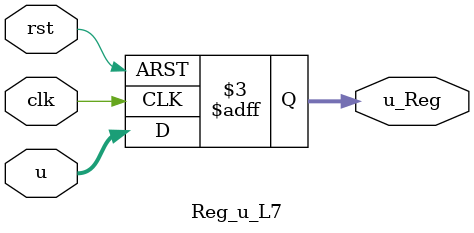
<source format=v>
module Reg_u_L7(u_Reg,clk,rst,u);
output reg [2:0] u_Reg;
input clk,rst;
input [2:0] u;

always @ (posedge clk or negedge rst)
	begin
		if (!rst ) 
			u_Reg<=0; 
		else  
			u_Reg<=u; 
	end
endmodule

</source>
